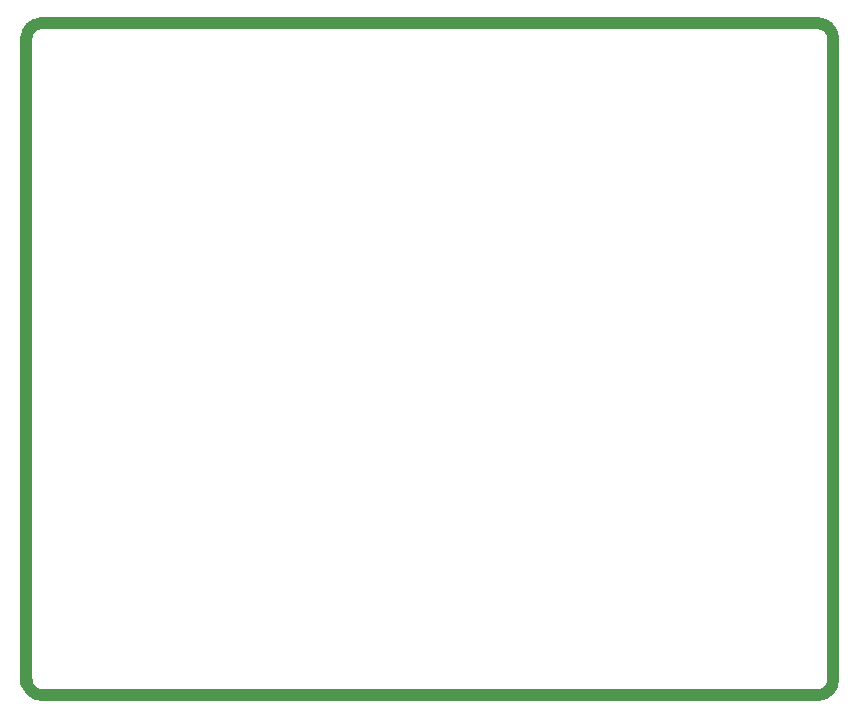
<source format=gko>
G04*
G04 #@! TF.GenerationSoftware,Altium Limited,Altium Designer,21.2.1 (34)*
G04*
G04 Layer_Color=16711935*
%FSLAX24Y24*%
%MOIN*%
G70*
G04*
G04 #@! TF.SameCoordinates,2A4B76D5-AD1C-46BA-8FB2-2B46C924C6B9*
G04*
G04*
G04 #@! TF.FilePolarity,Positive*
G04*
G01*
G75*
%ADD86C,0.0394*%
D86*
X53300Y21280D02*
G03*
X53800Y21780I0J500D01*
G01*
Y43170D02*
G03*
X53300Y43670I-500J0D01*
G01*
X26920Y21780D02*
G03*
X27420Y21280I500J0D01*
G01*
X27410Y43670D02*
G03*
X26910Y43170I0J-500D01*
G01*
X27420Y21280D02*
X53300D01*
X53800Y21780D02*
Y43170D01*
X27410Y43670D02*
X53300D01*
X26910Y21690D02*
Y43170D01*
M02*

</source>
